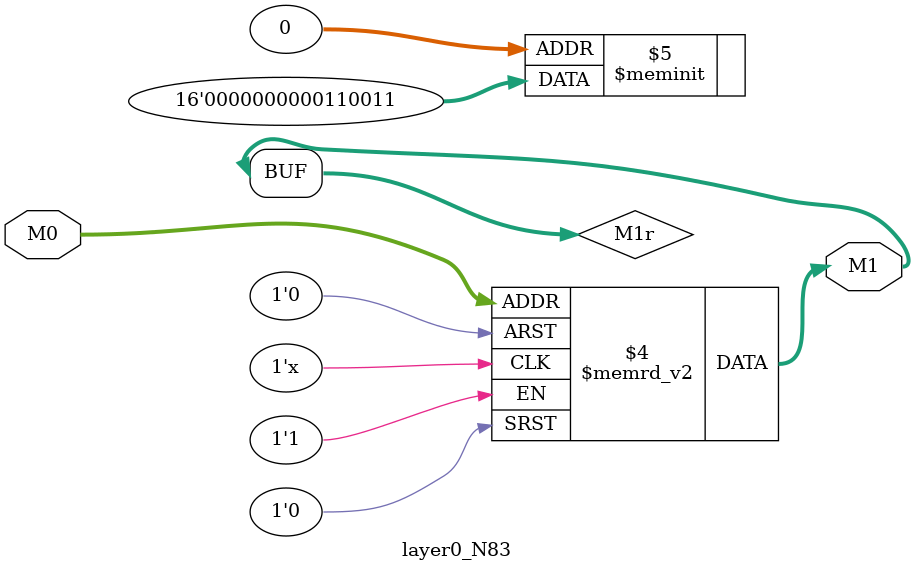
<source format=v>
module layer0_N83 ( input [2:0] M0, output [1:0] M1 );

	(*rom_style = "distributed" *) reg [1:0] M1r;
	assign M1 = M1r;
	always @ (M0) begin
		case (M0)
			3'b000: M1r = 2'b11;
			3'b100: M1r = 2'b00;
			3'b010: M1r = 2'b11;
			3'b110: M1r = 2'b00;
			3'b001: M1r = 2'b00;
			3'b101: M1r = 2'b00;
			3'b011: M1r = 2'b00;
			3'b111: M1r = 2'b00;

		endcase
	end
endmodule

</source>
